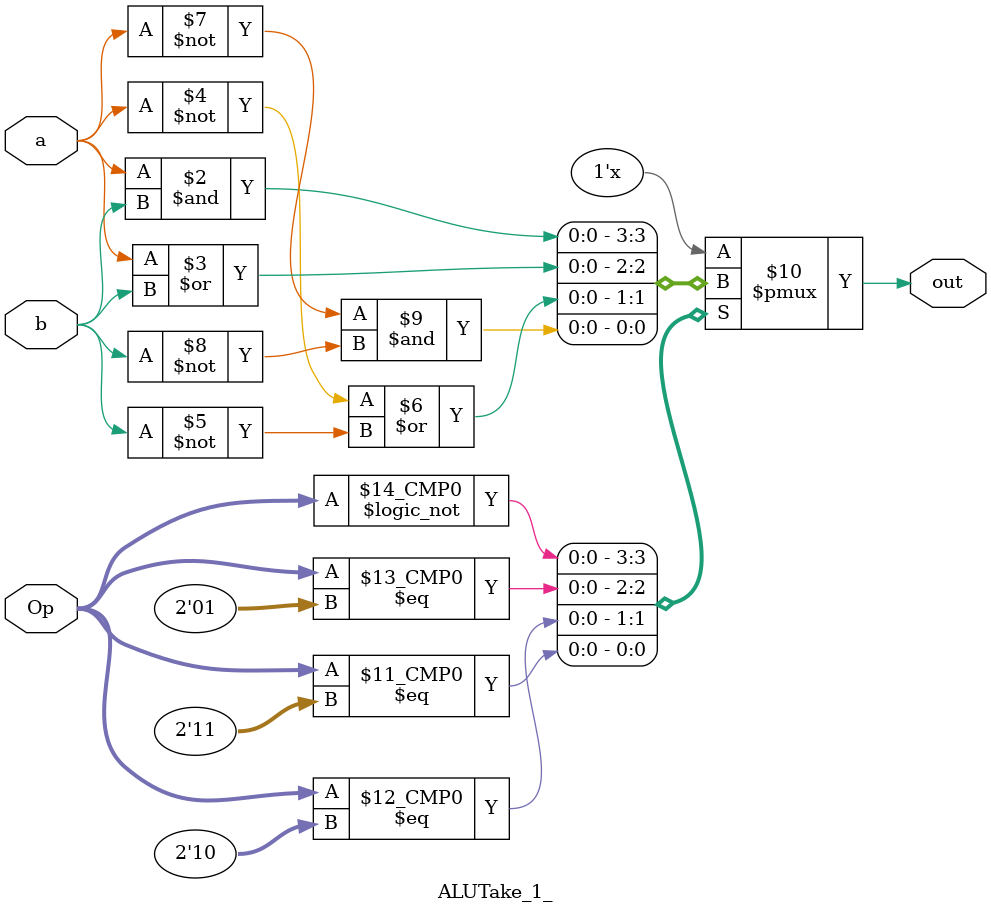
<source format=v>
`timescale 1ns / 1ps
module ALUTake_1_(input a, b, input [1:0] Op, output reg out);


always @ (*)
begin
case(Op)
	2'b00 : out = a & b;
	2'b01 : out = a | b;
	2'b10 : out = ~a | ~b;
	2'b11 : out = ~a & ~b;
endcase
end

endmodule

</source>
